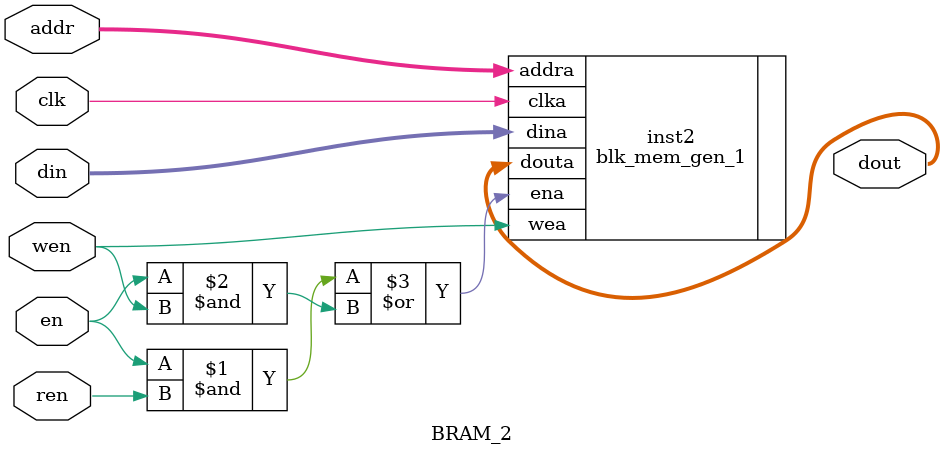
<source format=v>
`timescale 1ns / 1ps

module BRAM_2(clk, en, ren, wen, addr, din, dout);
input clk, en, wen, ren;
input [3:0] addr;
input [7:0] din;
output [7:0] dout;
blk_mem_gen_1 inst2(.clka(clk),.ena((en&ren)|(en&wen)),.wea(wen),.addra(addr),.dina(din),.douta(dout));
endmodule

</source>
